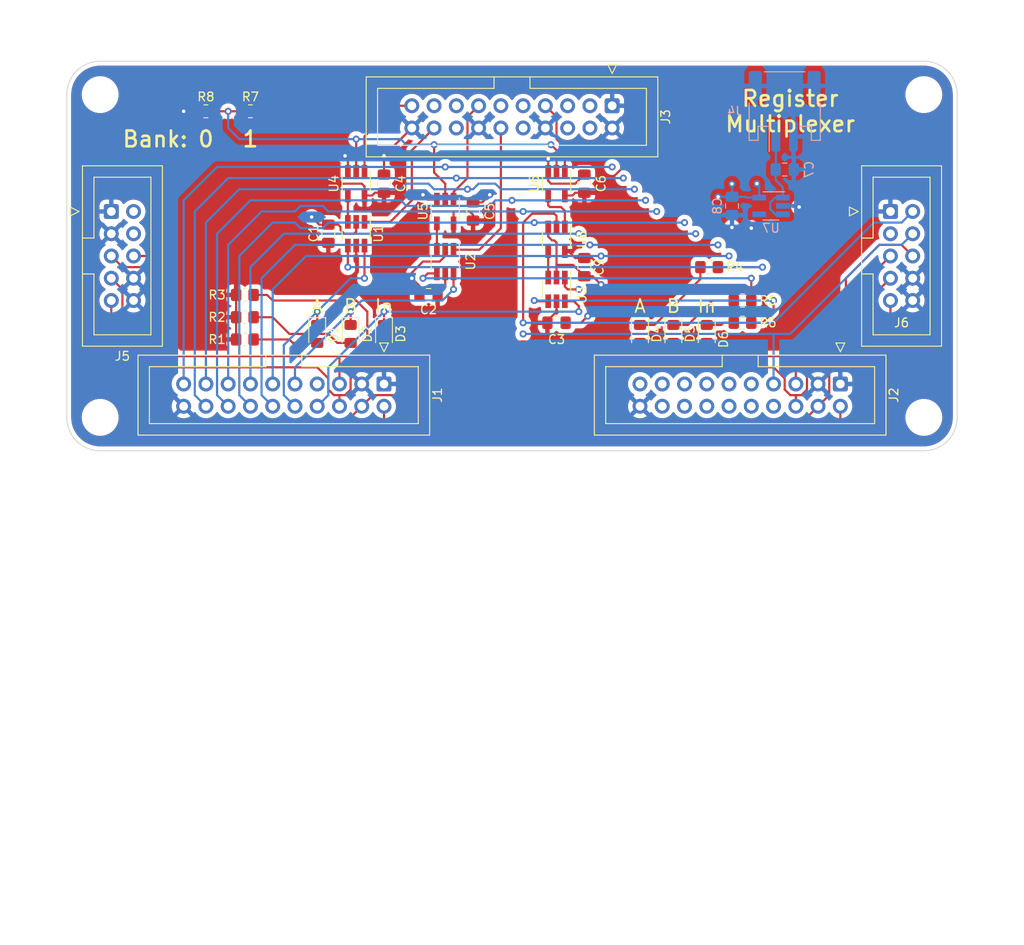
<source format=kicad_pcb>
(kicad_pcb (version 20211014) (generator pcbnew)
  (layers (0 "F.Cu" signal) (1 "In1.Cu" signal) (2 "In2.Cu" signal) (31 "B.Cu" signal) (34 "B.Paste" user) (35 "F.Paste" user) (36 "B.SilkS" user "B.Silkscreen") (37 "F.SilkS" user "F.Silkscreen") (38 "B.Mask" user) (39 "F.Mask" user) (44 "Edge.Cuts" user))
  (net 0 "")
  (net 1 "VCC")
  (net 2 "GND")
  (net 3 "/V_IN")
  (net 4 "/~{OUT_A_EN_0}")
  (net 5 "/~{OUT_B_EN_0}")
  (net 6 "/~{IN_EN_0}")
  (net 7 "/~{OUT_A_EN_1}")
  (net 8 "/~{OUT_B_EN_1}")
  (net 9 "/~{IN_EN_1}")
  (net 10 "/RAS3")
  (net 11 "/RAS1")
  (net 12 "/RBS4")
  (net 13 "/RBS2")
  (net 14 "/RBS0")
  (net 15 "/RINS3")
  (net 16 "/RINS1")
  (net 17 "/~{IN_EN}")
  (net 18 "/RBOUT")
  (net 19 "/RAOUT")
  (net 20 "/RIN")
  (net 21 "/BUS_CLK")
  (net 22 "/RAS4")
  (net 23 "/RAS2")
  (net 24 "/RAS0")
  (net 25 "/RBS3")
  (net 26 "/RBS1")
  (net 27 "/RINS4")
  (net 28 "/RINS2")
  (net 29 "/RINS0")
  (net 30 "/RESET")
  (net 32 "/~{OUT_A_EN}")
  (net 33 "/~{OUT_B_EN}")
  (net 34 "/~{IN_EN'}")
  (net 35 "Net-(U8-Pad1)")
  (net 36 "/BANK")
  (net 37 "Net-(D4-Pad1)")
  (net 38 "Net-(D5-Pad1)")
  (net 39 "Net-(D6-Pad1)")
  (net 40 "Net-(D1-Pad2)")
  (net 41 "Net-(R2-Pad1)")
  (net 42 "Net-(R3-Pad1)")
  (footprint "Resistor_SMD:R_0805_2012Metric_Pad1.20x1.40mm_HandSolder" (layer "F.Cu") (at 111.76 68.58)
    (fp_text reference "R8")
    (fp_text value "0")
  )
  (footprint "Resistor_SMD:R_0805_2012Metric_Pad1.20x1.40mm_HandSolder" (layer "F.Cu") (at 116.205 89.535 180)
    (fp_text reference "R3")
    (fp_text value "390")
  )
  (footprint "LED_SMD:LED_0805_2012Metric_Pad1.15x1.40mm_HandSolder" (layer "F.Cu") (at 168.91 93.98 -90)
    (fp_text reference "D6")
    (fp_text value "LED")
  )
  (footprint "Resistor_SMD:R_0805_2012Metric_Pad1.20x1.40mm_HandSolder" (layer "F.Cu") (at 172.99 92.71 180)
    (fp_text reference "R6")
    (fp_text value "390")
  )
  (footprint "Package_TO_SOT_SMD:SOT-23-6_Handsoldering" (layer "F.Cu") (at 151.765 88.9 -90)
    (fp_text reference "U3")
    (fp_text value "74LVC1G19")
  )
  (footprint "Connector_IDC:IDC-Header_2x10_P2.54mm_Vertical" (layer "F.Cu") (at 132.08 99.695 -90)
    (fp_text reference "J1")
    (fp_text value "Conn_Reg")
  )
  (footprint "Resistor_SMD:R_0805_2012Metric_Pad1.20x1.40mm_HandSolder" (layer "F.Cu") (at 169.18 86.36 180)
    (fp_text reference "R4")
    (fp_text value "390")
  )
  (footprint "Package_TO_SOT_SMD:SOT-23-5_HandSoldering" (layer "F.Cu") (at 151.765 76.835 -90)
    (fp_text reference "U6")
    (fp_text value "74LVC1G86")
  )
  (footprint "Resistor_SMD:R_0805_2012Metric_Pad1.20x1.40mm_HandSolder" (layer "F.Cu") (at 172.99 90.17 180)
    (fp_text reference "R5")
    (fp_text value "390")
  )
  (footprint "Capacitor_SMD:C_0805_2012Metric_Pad1.18x1.45mm_HandSolder" (layer "F.Cu") (at 137.16 89.535 180)
    (fp_text reference "C2")
    (fp_text value "100n")
  )
  (footprint "LED_SMD:LED_0805_2012Metric_Pad1.15x1.40mm_HandSolder" (layer "F.Cu") (at 124.46 93.98 -90)
    (fp_text reference "D1")
    (fp_text value "LED")
  )
  (footprint "Resistor_SMD:R_0805_2012Metric_Pad1.20x1.40mm_HandSolder" (layer "F.Cu") (at 116.84 68.58)
    (fp_text reference "R7")
    (fp_text value "0")
  )
  (footprint "Capacitor_SMD:C_0805_2012Metric_Pad1.18x1.45mm_HandSolder" (layer "F.Cu") (at 132.08 76.835 90)
    (fp_text reference "C4")
    (fp_text value "100n")
  )
  (footprint "MountingHole:MountingHole_3.2mm_M3" (layer "F.Cu") (at 99.695 66.675)
    (fp_text reference "REF**" hide)
    (fp_text value "MountingHole_3.2mm_M3")
  )
  (footprint "Capacitor_SMD:C_0805_2012Metric_Pad1.18x1.45mm_HandSolder" (layer "F.Cu") (at 125.73 82.55 90)
    (fp_text reference "C1")
    (fp_text value "100n")
  )
  (footprint "Resistor_SMD:R_0805_2012Metric_Pad1.20x1.40mm_HandSolder" (layer "F.Cu") (at 116.205 92.075 180)
    (fp_text reference "R2")
    (fp_text value "390")
  )
  (footprint "Capacitor_SMD:C_0805_2012Metric_Pad1.18x1.45mm_HandSolder" (layer "F.Cu") (at 151.765 92.71)
    (fp_text reference "C3")
    (fp_text value "100n")
  )
  (footprint "MountingHole:MountingHole_3.2mm_M3" (layer "F.Cu") (at 99.695 103.505)
    (fp_text reference "REF**" hide)
    (fp_text value "MountingHole_3.2mm_M3")
  )
  (footprint "Package_TO_SOT_SMD:SOT-23-6_Handsoldering" (layer "F.Cu") (at 128.905 82.55 -90)
    (fp_text reference "U1")
    (fp_text value "74LVC1G19")
  )
  (footprint "Connector_IDC:IDC-Header_2x10_P2.54mm_Vertical" (layer "F.Cu") (at 184.15 99.695 -90)
    (fp_text reference "J2")
    (fp_text value "Conn_Reg")
  )
  (footprint "Connector_IDC:IDC-Header_2x05_P2.54mm_Vertical" (layer "F.Cu") (at 100.965 80.01)
    (fp_text reference "J5")
    (fp_text value "Conn_01x10")
  )
  (footprint "Connector_IDC:IDC-Header_2x10_P2.54mm_Vertical" (layer "F.Cu") (at 158.115 67.945 -90)
    (fp_text reference "J3")
    (fp_text value "Conn_01x20")
  )
  (footprint "Resistor_SMD:R_0805_2012Metric_Pad1.20x1.40mm_HandSolder" (layer "F.Cu") (at 116.205 94.615 180)
    (fp_text reference "R1")
    (fp_text value "390")
  )
  (footprint "Connector_IDC:IDC-Header_2x05_P2.54mm_Vertical" (layer "F.Cu") (at 189.865 80.01)
    (fp_text reference "J6")
    (fp_text value "Conn_01x10")
  )
  (footprint "Capacitor_SMD:C_0805_2012Metric_Pad1.18x1.45mm_HandSolder" (layer "F.Cu") (at 154.94 76.835 90)
    (fp_text reference "C6")
    (fp_text value "100n")
  )
  (footprint "Package_TO_SOT_SMD:SOT-23-5_HandSoldering" (layer "F.Cu") (at 128.905 76.835 -90)
    (fp_text reference "U4")
    (fp_text value "74LVC1G86")
  )
  (footprint "LED_SMD:LED_0805_2012Metric_Pad1.15x1.40mm_HandSolder" (layer "F.Cu") (at 128.27 93.98 -90)
    (fp_text reference "D2")
    (fp_text value "LED")
  )
  (footprint "Capacitor_SMD:C_0805_2012Metric_Pad1.18x1.45mm_HandSolder" (layer "F.Cu") (at 142.24 80.01 90)
    (fp_text reference "C5")
    (fp_text value "100n")
  )
  (footprint "MountingHole:MountingHole_3.2mm_M3" (layer "F.Cu") (at 193.675 103.505)
    (fp_text reference "REF**" hide)
    (fp_text value "MountingHole_3.2mm_M3")
  )
  (footprint "MountingHole:MountingHole_3.2mm_M3" (layer "F.Cu") (at 193.675 66.675)
    (fp_text reference "REF**" hide)
    (fp_text value "MountingHole_3.2mm_M3")
  )
  (footprint "Package_TO_SOT_SMD:SOT-23-5_HandSoldering" (layer "F.Cu") (at 151.765 83.185 -90)
    (fp_text reference "U8")
    (fp_text value "74LVC1G32")
  )
  (footprint "Capacitor_SMD:C_0805_2012Metric_Pad1.18x1.45mm_HandSolder" (layer "F.Cu") (at 154.94 86.36 -90)
    (fp_text reference "C9")
    (fp_text value "100n")
  )
  (footprint "Package_TO_SOT_SMD:SOT-23-5_HandSoldering" (layer "F.Cu") (at 139.065 80.01 -90)
    (fp_text reference "U5")
    (fp_text value "74LVC1G86")
  )
  (footprint "LED_SMD:LED_0805_2012Metric_Pad1.15x1.40mm_HandSolder" (layer "F.Cu") (at 165.1 93.98 -90)
    (fp_text reference "D5")
    (fp_text value "LED")
  )
  (footprint "LED_SMD:LED_0805_2012Metric_Pad1.15x1.40mm_HandSolder" (layer "F.Cu") (at 161.29 93.98 -90)
    (fp_text reference "D4")
    (fp_text value "LED")
  )
  (footprint "Package_TO_SOT_SMD:SOT-23-6_Handsoldering" (layer "F.Cu") (at 139.065 85.725 -90)
    (fp_text reference "U2")
    (fp_text value "74LVC1G19")
  )
  (footprint "LED_SMD:LED_0805_2012Metric_Pad1.15x1.40mm_HandSolder" (layer "F.Cu") (at 132.08 93.98 -90)
    (fp_text reference "D3")
    (fp_text value "LED")
  )
  (footprint "Package_TO_SOT_SMD:SOT-23-5_HandSoldering" (layer "B.Cu") (at 176.235999 79.375 180)
    (fp_text reference "U7")
    (fp_text value "MIC5504-3.3YM5")
  )
  (footprint "Capacitor_SMD:C_0805_2012Metric_Pad1.18x1.45mm_HandSolder" (layer "B.Cu") (at 171.791 79.375 -90)
    (fp_text reference "C8")
    (fp_text value "1u")
  )
  (footprint "Capacitor_SMD:C_0805_2012Metric_Pad1.18x1.45mm_HandSolder" (layer "B.Cu") (at 177.8 75.224)
    (fp_text reference "C7")
    (fp_text value "1u")
  )
  (footprint "Connector_JST:JST_PH_S2B-PH-SM4-TB_1x02-1MP_P2.00mm_Horizontal" (layer "B.Cu") (at 177.8 68.58)
    (fp_text reference "J4")
    (fp_text value "Conn_Power")
  )
  (gr_arc (start 95.885 66.675) (mid 97.000923 63.980923) (end 99.695 62.865) (layer "Edge.Cuts") (width 0.1))
  (gr_arc (start 193.675 62.865) (mid 196.369077 63.980923) (end 197.485 66.675) (layer "Edge.Cuts") (width 0.1))
  (gr_line (start 197.485 103.505) (end 197.485 66.675) (layer "Edge.Cuts") (width 0.1))
  (gr_arc (start 99.695 107.315) (mid 97.000923 106.199077) (end 95.885 103.505) (layer "Edge.Cuts") (width 0.1))
  (gr_line (start 95.885 103.505) (end 95.885 66.675) (layer "Edge.Cuts") (width 0.1))
  (gr_line (start 99.695 107.315) (end 193.675 107.315) (layer "Edge.Cuts") (width 0.1))
  (gr_arc (start 197.485 103.505) (mid 196.369077 106.199077) (end 193.675 107.315) (layer "Edge.Cuts") (width 0.1))
  (gr_line (start 99.695 62.865) (end 193.675 62.865) (layer "Edge.Cuts") (width 0.1))
  (gr_text "Register\nMultiplexer" (at 178.435 68.58) (layer "F.SilkS") (effects (font (size 1.8 1.8) (thickness 0.3))))
  (gr_text "In" (at 168.91 90.805) (layer "F.SilkS") (effects (font (size 1.5 1.5) (thickness 0.2))))
  (gr_text "A" (at 124.46 90.805) (layer "F.SilkS") (effects (font (size 1.5 1.5) (thickness 0.2))))
  (gr_text "Bank:" (at 109.855 71.755) (layer "F.SilkS") (effects (font (size 1.8 1.8) (thickness 0.3)) (justify right)))
  (gr_text "B" (at 128.27 90.805) (layer "F.SilkS") (effects (font (size 1.5 1.5) (thickness 0.2))))
  (gr_text "In" (at 132.08 90.805) (layer "F.SilkS") (effects (font (size 1.5 1.5) (thickness 0.2))))
  (gr_text "1" (at 116.84 71.755) (layer "F.SilkS") (effects (font (size 1.8 1.8) (thickness 0.3))))
  (gr_text "B" (at 165.1 90.805) (layer "F.SilkS") (effects (font (size 1.5 1.5) (thickness 0.2))))
  (gr_text "A" (at 161.29 90.805) (layer "F.SilkS") (effects (font (size 1.5 1.5) (thickness 0.2))))
  (gr_text "0" (at 111.76 71.755) (layer "F.SilkS") (effects (font (size 1.8 1.8) (thickness 0.3))))
  (segment (start 154.94 85.3225) (end 155.8075 85.3225) (width 0.25) (layer "F.Cu") (net 1))
  (segment (start 155.8075 85.3225) (end 157.725 87.24) (width 0.25) (layer "F.Cu") (net 1))
  (segment (start 125.73 74.93) (end 125.73 76.835) (width 0.25) (layer "F.Cu") (net 1))
  (segment (start 128.905 88.265) (end 130.175 89.535) (width 0.25) (layer "F.Cu") (net 1))
  (segment (start 170.18 76.835) (end 167.005 73.66) (width 0.25) (layer "F.Cu") (net 1))
  (segment (start 139.065 88.6675) (end 138.1975 89.535) (width 0.25) (layer "F.Cu") (net 1))
  (segment (start 171.7548 76.835) (end 171.7802 76.8604) (width 0.25) (layer "F.Cu") (net 1))
  (segment (start 135.89 80.01) (end 133.35 82.55) (width 0.25) (layer "F.Cu") (net 1))
  (segment (start 157.725 92.955) (end 157.725 87.24) (width 0.25) (layer "F.Cu") (net 1))
  (segment (start 127.635 87.63) (end 128.905 87.63) (width 0.25) (layer "F.Cu") (net 1))
  (segment (start 145.0125 94.8475) (end 150.7275 94.8475) (width 0.25) (layer "F.Cu") (net 1))
  (segment (start 133.35 90.805) (end 135.2335 92.6885) (width 0.25) (layer "F.Cu") (net 1))
  (segment (start 121.92 81.915) (end 121.92 79.375) (width 0.25) (layer "F.Cu") (net 1))
  (segment (start 156.625 77.86) (end 157.725 77.86) (width 0.25) (layer "F.Cu") (net 1))
  (segment (start 128.905 83.9) (end 128.905 87.63) (width 0.25) (layer "F.Cu") (net 1))
  (segment (start 155.8325 94.8475) (end 157.725 92.955) (width 0.25) (layer "F.Cu") (net 1))
  (segment (start 132.08 89.535) (end 133.35 90.805) (width 0.25) (layer "F.Cu") (net 1))
  (segment (start 159.775 95.005) (end 157.725 92.955) (width 0.25) (layer "F.Cu") (net 1))
  (segment (start 128.905 87.63) (end 128.905 88.265) (width 0.25) (layer "F.Cu") (net 1))
  (segment (start 160.655 73.66) (end 157.725 76.59) (width 0.25) (layer "F.Cu") (net 1))
  (segment (start 139.065 87.075) (end 139.065 88.6675) (width 0.25) (layer "F.Cu") (net 1))
  (segment (start 129.855 77.15) (end 129.855 78.185) (width 0.25) (layer "F.Cu") (net 1))
  (segment (start 124.46 76.835) (end 125.73 76.835) (width 0.25) (layer "F.Cu") (net 1))
  (segment (start 125.73 83.5875) (end 123.5925 83.5875) (width 0.25) (layer "F.Cu") (net 1))
  (segment (start 142.875 92.71) (end 145.0125 94.8475) (width 0.25) (layer "F.Cu") (net 1))
  (segment (start 161.29 95.005) (end 165.1 95.005) (width 0.25) (layer "F.Cu") (net 1))
  (segment (start 150.7275 94.8475) (end 155.8325 94.8475) (width 0.25) (layer "F.Cu") (net 1))
  (segment (start 125.73 85.725) (end 127.635 87.63) (width 0.25) (layer "F.Cu") (net 1))
  (segment (start 165.1 95.005) (end 168.91 95.005) (width 0.25) (layer "F.Cu") (net 1))
  (segment (start 130.73 78.185) (end 129.855 78.185) (width 0.25) (layer "F.Cu") (net 1))
  (segment (start 153.9025 85.3225) (end 154.94 85.3225) (width 0.25) (layer "F.Cu") (net 1))
  (segment (start 115.205 94.615) (end 115.205 92.075) (width 0.25) (layer "F.Cu") (net 1))
  (segment (start 150.7275 92.4775) (end 151.765 91.44) (width 0.25) (layer "F.Cu") (net 1))
  (segment (start 125.095 86.36) (end 125.73 85.725) (width 0.25) (layer "F.Cu") (net 1))
  (segment (start 127 76.835) (end 129.54 76.835) (width 0.25) (layer "F.Cu") (net 1))
  (segment (start 125.73 83.5875) (end 125.73 85.725) (width 0.25) (layer "F.Cu") (net 1))
  (segment (start 142.24 81.0475) (end 142.24 80.391) (width 0.25) (layer "F.Cu") (net 1))
  (segment (start 121.92 79.375) (end 124.46 76.835) (width 0.25) (layer "F.Cu") (net 1))
  (segment (start 156.6125 77.8725) (end 154.94 77.8725) (width 0.25) (layer "F.Cu") (net 1))
  (segment (start 157.725 77.86) (end 157.725 79.13) (width 0.25) (layer "F.Cu") (net 1))
  (segment (start 142.24 80.391) (end 141.859 80.01) (width 0.25) (layer "F.Cu") (net 1))
  (segment (start 117.475 86.36) (end 125.095 86.36) (width 0.25) (layer "F.Cu") (net 1))
  (segment (start 174.625 76.835) (end 171.8056 76.835) (width 0.25) (layer "F.Cu") (net 1))
  (segment (start 167.005 73.66) (end 160.655 73.66) (width 0.25) (layer "F.Cu") (net 1))
  (segment (start 115.205 89.535) (end 115.205 88.63) (width 0.25) (layer "F.Cu") (net 1))
  (segment (start 141.859 80.01) (end 140.081 80.01) (width 0.25) (layer "F.Cu") (net 1))
  (segment (start 115.205 88.63) (end 117.475 86.36) (width 0.25) (layer "F.Cu") (net 1))
  (segment (start 130.175 89.535) (end 132.08 89.535) (width 0.25) (layer "F.Cu") (net 1))
  (segment (start 153.9025 77.8725) (end 154.94 77.8725) (width 0.25) (layer "F.Cu") (net 1))
  (segment (start 164.465 82.55) (end 164.465 80.645) (width 0.25) (layer "F.Cu") (net 1))
  (segment (start 151.765 91.44) (end 151.765 90.25) (width 0.25) (layer "F.Cu") (net 1))
  (segment (start 115.205 92.075) (end 115.205 89.535) (width 0.25) (layer "F.Cu") (net 1))
  (segment (start 157.725 87.24) (end 159.775 87.24) (width 0.25) (layer "F.Cu") (net 1))
  (segment (start 170.18 76.835) (end 171.7548 76.835) (width 0.25) (layer "F.Cu") (net 1))
  (segment (start 119.38 68.58) (end 125.73 74.93) (width 0.25) (layer "F.Cu") (net 1))
  (segment (start 152.715 84.535) (end 153.115 84.535) (width 0.25) (layer "F.Cu") (net 1))
  (segment (start 138.176 92.71) (end 142.875 92.71) (width 0.25) (layer "F.Cu") (net 1))
  (segment (start 138.1975 92.6885) (end 138.176 92.71) (width 0.25) (layer "F.Cu") (net 1))
  (segment (start 157.725 82.16) (end 157.725 79.13) (width 0.25) (layer "F.Cu") (net 1))
  (segment (start 125.73 76.835) (end 127 76.835) (width 0.25) (layer "F.Cu") (net 1))
  (segment (start 170.2054 78.3336) (end 170.2054 76.8604) (width 0.25) (layer "F.Cu") (net 1))
  (segment (start 168.275 76.835) (end 170.18 76.835) (width 0.25) (layer "F.Cu") (net 1))
  (segment (start 152.715 78.185) (end 153.59 78.185) (width 0.25) (layer "F.Cu") (net 1))
  (segment (start 140.015 81.36) (end 140.015 80.076) (width 0.25) (layer "F.Cu") (net 1))
  (segment (start 164.465 80.645) (end 168.275 76.835) (width 0.25) (layer "F.Cu") (net 1))
  (segment (start 135.2335 92.6885) (end 138.1975 92.6885) (width 0.25) (layer "F.Cu") (net 1))
  (segment (start 140.081 80.01) (end 135.89 80.01) (width 0.25) (layer "F.Cu") (net 1))
  (segment (start 150.7275 94.8475) (end 150.7275 92.71) (width 0.25) (layer "F.Cu") (net 1))
  (segment (start 170.2054 76.8604) (end 170.18 76.835) (width 0.25) (layer "F.Cu") (net 1))
  (segment (start 157.725 76.59) (end 157.725 77.86) (width 0.25) (layer "F.Cu") (net 1))
  (segment (start 133.35 82.55) (end 133.35 90.805) (width 0.25) (layer "F.Cu") (net 1))
  (segment (start 159.775 87.24) (end 164.465 82.55) (width 0.25) (layer "F.Cu") (net 1))
  (segment (start 132.08 77.8725) (end 131.0425 77.8725) (width 0.25) (layer "F.Cu") (net 1))
  (segment (start 153.115 84.535) (end 153.9025 85.3225) (width 0.25) (layer "F.Cu") (net 1))
  (segment (start 138.1975 89.535) (end 138.1975 92.6885) (width 0.25) (layer "F.Cu") (net 1))
  (segment (start 140.015 80.076) (end 140.081 80.01) (width 0.25) (layer "F.Cu") (net 1))
  (segment (start 153.59 78.185) (end 153.9025 77.8725) (width 0.25) (layer "F.Cu") (net 1))
  (segment (start 157.725 87.24) (end 157.725 82.16) (width 0.25) (layer "F.Cu") (net 1))
  (segment (start 171.8056 76.835) (end 171.7802 76.8604) (width 0.25) (layer "F.Cu") (net 1))
  (segment (start 156.6125 77.8725) (end 156.625 77.86) (width 0.25) (layer "F.Cu") (net 1))
  (segment (start 117.84 68.58) (end 119.38 68.58) (width 0.25) (layer "F.Cu") (net 1))
  (segment (start 161.29 95.005) (end 159.775 95.005) (width 0.25) (layer "F.Cu") (net 1))
  (segment (start 123.5925 83.5875) (end 121.92 81.915) (width 0.25) (layer "F.Cu") (net 1))
  (segment (start 129.54 76.835) (end 129.855 77.15) (width 0.25) (layer "F.Cu") (net 1))
  (segment (start 131.0425 77.8725) (end 130.73 78.185) (width 0.25) (layer "F.Cu") (net 1))
  (via (at 171.7802 76.8604) (size 0.8) (drill 0.4) (layers "F.Cu" "B.Cu") (net 1))
  (via (at 170.2054 78.3336) (size 0.8) (drill 0.4) (layers "F.Cu" "B.Cu") (net 1))
  (via (at 174.625 76.835) (size 0.8) (drill 0.4) (layers "F.Cu" "B.Cu") (net 1))
  (segment (start 174.885999 77.095999) (end 174.625 76.835) (width 0.25) (layer "B.Cu") (net 1))
  (segment (start 171.791 78.3375) (end 171.791 76.8712) (width 0.25) (layer "B.Cu") (net 1))
  (segment (start 171.791 76.8712) (end 171.7802 76.8604) (width 0.25) (layer "B.Cu") (net 1))
  (segment (start 171.791 78.3375) (end 170.2093 78.3375) (width 0.25) (layer "B.Cu") (net 1))
  (segment (start 170.2093 78.3375) (end 170.2054 78.3336) (width 0.25) (layer "B.Cu") (net 1))
  (segment (start 174.885999 78.425) (end 174.885999 77.095999) (width 0.25) (layer "B.Cu") (net 1))
  (segment (start 173.2935 78.3375) (end 173.381 78.425) (width 0.25) (layer "B.Cu") (net 1))
  (segment (start 174.886 78.425) (end 173.381 78.425) (width 0.25) (layer "B.Cu") (net 1))
  (segment (start 171.791 78.3375) (end 173.2935 78.3375) (width 0.25) (layer "B.Cu") (net 1))
  (segment (start 135.255 87.63) (end 136.1225 88.4975) (width 0.25) (layer "F.Cu") (net 2))
  (segment (start 150.815 75.485) (end 150.815 73.98) (width 0.25) (layer "F.Cu") (net 2))
  (segment (start 151.765 86.106) (end 153.6485 86.106) (width 0.25) (layer "F.Cu") (net 2))
  (segment (start 152.8025 92.71) (end 154.559 92.71) (width 0.25) (layer "F.Cu") (net 2))
  (segment (start 110.76 68.58) (end 109.22 68.58) (width 0.25) (layer "F.Cu") (net 2))
  (segment (start 150.815 76.52) (end 151.13 76.835) (width 0.25) (layer "F.Cu") (net 2))
  (segment (start 132.08 75.7975) (end 132.08 73.66) (width 0.25) (layer "F.Cu") (net 2))
  (segment (start 127.955 73.98) (end 127.635 73.66) (width 0.25) (layer "F.Cu") (net 2))
  (segment (start 127.550978 82.55) (end 127.127 82.126022) (width 0.25) (layer "F.Cu") (net 2))
  (segment (start 153.6485 86.106) (end 154.94 87.3975) (width 0.25) (layer "F.Cu") (net 2))
  (segment (start 138.115 78.66) (end 137.08 78.66) (width 0.25) (layer "F.Cu") (net 2))
  (segment (start 151.511 83.312) (end 151.765 83.566) (width 0.25) (layer "F.Cu") (net 2))
  (segment (start 150.815 75.485) (end 150.815 76.52) (width 0.25) (layer "F.Cu") (net 2))
  (segment (start 151.257 83.312) (end 151.511 83.312) (width 0.25) (layer "F.Cu") (net 2))
  (segment (start 127.127 82.126022) (end 127.127 81.788) (width 0.25) (layer "F.Cu") (net 2))
  (segment (start 151.13 76.835) (end 153.9025 76.835) (width 0.25) (layer "F.Cu") (net 2))
  (segment (start 143.2775 78.9725) (end 144.145 78.105) (width 0.25) (layer "F.Cu") (net 2))
  (segment (start 153.9025 76.835) (end 154.94 75.7975) (width 0.25) (layer "F.Cu") (net 2))
  (segment (start 154.94 87.3975) (end 155.888 87.3975) (width 0.25) (layer "F.Cu") (net 2))
  (segment (start 126.8515 81.5125) (end 125.73 81.5125) (width 0.25) (layer "F.Cu") (net 2))
  (segment (start 136.525 85.725) (end 135.255 86.995) (width 0.25) (layer "F.Cu") (net 2))
  (segment (start 137.08 78.66) (end 136.525 78.105) (width 0.25) (layer "F.Cu") (net 2))
  (segment (start 128.905 82.296) (end 128.651 82.55) (width 0.25) (layer "F.Cu") (net 2))
  (segment (start 151.765 86.106) (end 151.765 87.55) (width 0.25) (layer "F.Cu") (net 2))
  (segment (start 150.815 73.98) (end 150.8252 73.9902) (width 0.25) (layer "F.Cu") (net 2))
  (segment (start 135.255 86.995) (end 135.255 87.63) (width 0.25) (layer "F.Cu") (net 2))
  (segment (start 139.065 84.375) (end 139.065 85.09) (width 0.25) (layer "F.Cu") (net 2))
  (segment (start 135.255 70.485) (end 132.08 73.66) (width 0.25) (layer "F.Cu") (net 2))
  (segment (start 136.1225 88.4975) (end 136.1225 89.535) (width 0.25) (layer "F.Cu") (net 2))
  (segment (start 124.6925 81.5125) (end 123.825 80.645) (width 0.25) (layer "F.Cu") (net 2))
  (segment (start 139.065 85.09) (end 138.43 85.725) (width 0.25) (layer "F.Cu") (net 2))
  (segment (start 150.815 82.87) (end 151.257 83.312) (width 0.25) (layer "F.Cu") (net 2))
  (segment (start 128.905 81.2) (end 128.905 82.296) (width 0.25) (layer "F.Cu") (net 2))
  (segment (start 127.127 81.788) (end 126.8515 81.5125) (width 0.25) (layer "F.Cu") (net 2))
  (segment (start 151.765 83.566) (end 151.765 86.106) (width 0.25) (layer "F.Cu") (net 2))
  (segment (start 154.559 92.71) (end 155.321 91.948) (width 0.25) (layer "F.Cu") (net 2))
  (segment (start 155.888 87.3975) (end 156.845 88.3545) (width 0.25) (layer "F.Cu") (net 2))
  (segment (start 138.43 85.725) (end 136.525 85.725) (width 0.25) (layer "F.Cu") (net 2))
  (segment (start 150.815 81.835) (end 150.815 82.87) (width 0.25) (layer "F.Cu") (net 2))
  (segment (start 125.73 81.5125) (end 124.6925 81.5125) (width 0.25) (layer "F.Cu") (net 2))
  (segment (start 127.955 75.485) (end 127.955 73.98) (width 0.25) (layer "F.Cu") (net 2))
  (segment (start 128.651 82.55) (end 127.550978 82.55) (width 0.25) (layer "F.Cu") (net 2))
  (segment (start 142.24 78.9725) (end 143.2775 78.9725) (width 0.25) (layer "F.Cu") (net 2))
  (via (at 132.08 73.66) (size 0.8) (drill 0.4) (layers "F.Cu" "B.Cu") (net 2))
  (via (at 109.22 68.58) (size 0.8) (drill 0.4) (layers "F.Cu" "B.Cu") (net 2))
  (via (at 144.145 78.105) (size 0.8) (drill 0.4) (layers "F.Cu" "B.Cu") (net 2))
  (via (at 127.635 73.66) (size 0.8) (drill 0.4) (layers "F.Cu" "B.Cu") (net 2))
  (via (at 155.321 91.948) (size 0.8) (drill 0.4) (layers "F.Cu" "B.Cu") (net 2))
  (via (at 171.7802 81.8388) (size 0.8) (drill 0.4) (layers "F.Cu" "B.Cu") (net 2))
  (via (at 179.451 79.502) (size 0.8) (drill 0.4) (layers "F.Cu" "B.Cu") (net 2))
  (via (at 135.255 87.63) (size 0.8) (drill 0.4) (layers "F.Cu" "B.Cu") (net 2))
  (via (at 156.845 88.3545) (size 0.8) (drill 0.4) (layers "F.Cu" "B.Cu") (net 2))
  (via (at 123.825 80.645) (size 0.8) (drill 0.4) (layers "F.Cu" "B.Cu") (net 2))
  (via (at 173.99 81.915) (size 0.8) (drill 0.4) (layers "F.Cu" "B.Cu") (net 2))
  (via (at 136.525 78.105) (size 0.8) (drill 0.4) (layers "F.Cu" "B.Cu") (net 2))
  (via (at 150.8252 73.9902) (size 0.8) (drill 0.4) (layers "F.Cu" "B.Cu") (net 2))
  (segment (start 179.324 79.375) (end 177.585999 79.375) (width 0.25) (layer "B.Cu") (net 2))
  (segment (start 179.451 79.502) (end 179.324 79.375) (width 0.25) (layer "B.Cu") (net 2))
  (segment (start 174.117 81.534) (end 174.117 81.788) (width 0.25) (layer "B.Cu") (net 2))
  (segment (start 174.117 81.534) (end 172.9955 80.4125) (width 0.25) (layer "B.Cu") (net 2))
  (segment (start 178.8 71.43) (end 178.8 75.1865) (width 0.25) (layer "B.Cu") (net 2))
  (segment (start 178.8375 76.6025) (end 179.451 77.216) (width 0.25) (layer "B.Cu") (net 2))
  (segment (start 179.451 79.502) (end 179.451 80.772) (width 0.25) (layer "B.Cu") (net 2))
  (segment (start 179.451 77.216) (end 179.451 79.502) (width 0.25) (layer "B.Cu") (net 2))
  (segment (start 178.689 81.534) (end 174.117 81.534) (width 0.25) (layer "B.Cu") (net 2))
  (segment (start 174.117 81.788) (end 173.99 81.915) (width 0.25) (layer "B.Cu") (net 2))
  (segment (start 171.791 80.4125) (end 171.791 81.828) (width 0.25) (layer "B.Cu") (net 2))
  (segment (start 172.9525 80.4125) (end 171.791 80.4125) (width 0.25) (layer "B.Cu") (net 2))
  (segment (start 179.451 80.772) (end 178.689 81.534) (width 0.25) (layer "B.Cu") (net 2))
  (segment (start 171.791 81.828) (end 171.7802 81.8388) (width 0.25) (layer "B.Cu") (net 2))
  (segment (start 172.9955 80.4125) (end 172.9525 80.4125) (width 0.25) (layer "B.Cu") (net 2))
  (segment (start 178.8375 75.224) (end 178.8375 76.6025) (width 0.25) (layer "B.Cu") (net 2))
  (segment (start 176.149 79.756) (end 176.718 80.325) (width 0.25) (layer "B.Cu") (net 3))
  (segment (start 176.718 80.325) (end 177.585999 80.325) (width 0.25) (layer "B.Cu") (net 3))
  (segment (start 176.149 78.994) (end 176.149 79.756) (width 0.25) (layer "B.Cu") (net 3))
  (segment (start 176.7625 75.224) (end 176.7625 76.4325) (width 0.25) (layer "B.Cu") (net 3))
  (segment (start 176.8 71.43) (end 176.8 75.1865) (width 0.25) (layer "B.Cu") (net 3))
  (segment (start 177.585999 78.425) (end 176.718 78.425) (width 0.25) (layer "B.Cu") (net 3))
  (segment (start 176.718 78.425) (end 176.149 78.994) (width 0.25) (layer "B.Cu") (net 3))
  (segment (start 176.7625 76.4325) (end 177.585999 77.255999) (width 0.25) (layer "B.Cu") (net 3))
  (segment (start 177.585999 77.255999) (end 177.585999 78.425) (width 0.25) (layer "B.Cu") (net 3))
  (segment (start 129.855 83.9) (end 129.855 87.63) (width 0.25) (layer "F.Cu") (net 4))
  (segment (start 124.46 92.955) (end 124.46 91.44) (width 0.25) (layer "F.Cu") (net 4))
  (via (at 124.46 91.44) (size 0.8) (drill 0.4) (layers "F.Cu" "B.Cu") (net 4))
  (via (at 129.855 87.63) (size 0.8) (drill 0.4) (layers "F.Cu" "B.Cu") (net 4))
  (segment (start 121.92 102.235) (end 120.65 100.965) (width 0.25) (layer "B.Cu") (net 4))
  (segment (start 128.27 87.63) (end 129.855 87.63) (width 0.25) (layer "B.Cu") (net 4))
  (segment (start 120.65 95.25) (end 128.27 87.63) (width 0.25) (layer "B.Cu") (net 4))
  (segment (start 120.65 100.965) (end 120.65 95.25) (width 0.25) (layer "B.Cu") (net 4))
  (segment (start 128.27 92.955) (end 128.27 91.44) (width 0.25) (layer "F.Cu") (net 5))
  (segment (start 140.015 87.075) (end 140.015 88.9) (width 0.25) (layer "F.Cu") (net 5))
  (via (at 128.27 91.44) (size 0.8) (drill 0.4) (layers "F.Cu" "B.Cu") (net 5))
  (via (at 140.015 88.9) (size 0.8) (drill 0.4) (layers "F.Cu" "B.Cu") (net 5))
  (segment (start 121.92 99.695) (end 121.92 97.79) (width 0.25) (layer "B.Cu") (net 5))
  (segment (start 121.92 97.79) (end 128.27 91.44) (width 0.25) (layer "B.Cu") (net 5))
  (segment (start 138.745 90.17) (end 140.015 88.9) (width 0.25) (layer "B.Cu") (net 5))
  (segment (start 129.54 90.17) (end 138.745 90.17) (width 0.25) (layer "B.Cu") (net 5))
  (segment (start 128.27 91.44) (end 129.54 90.17) (width 0.25) (layer "B.Cu") (net 5))
  (segment (start 132.08 92.955) (end 132.08 91.44) (width 0.25) (layer "F.Cu") (net 6))
  (segment (start 154.305 91.44) (end 154.305 90.805) (width 0.25) (layer "F.Cu") (net 6))
  (segment (start 153.75 90.25) (end 154.305 90.805) (width 0.25) (layer "F.Cu") (net 6))
  (segment (start 152.715 90.25) (end 153.75 90.25) (width 0.25) (layer "F.Cu") (net 6))
  (via (at 132.08 91.44) (size 0.8) (drill 0.4) (layers "F.Cu" "B.Cu") (net 6))
  (via (at 154.305 91.44) (size 0.8) (drill 0.4) (layers "F.Cu" "B.Cu") (net 6))
  (segment (start 125.73 100.965) (end 124.46 102.235) (width 0.25) (layer "B.Cu") (net 6))
  (segment (start 125.73 97.79) (end 125.73 100.965) (width 0.25) (layer "B.Cu") (net 6))
  (segment (start 132.08 91.44) (end 125.73 97.79) (width 0.25) (layer "B.Cu") (net 6))
  (segment (start 132.08 91.44) (end 154.305 91.44) (width 0.25) (layer "B.Cu") (net 6))
  (segment (start 170.18 86.36) (end 175.26 86.36) (width 0.25) (layer "F.Cu") (net 7))
  (segment (start 127.955 83.9) (end 127.955 86.36) (width 0.25) (layer "F.Cu") (net 7))
  (via (at 127.955 86.36) (size 0.8) (drill 0.4) (layers "F.Cu" "B.Cu") (net 7))
  (via (at 175.26 86.36) (size 0.8) (drill 0.4) (layers "F.Cu" "B.Cu") (net 7))
  (segment (start 175.26 86.36) (end 127.955 86.36) (width 0.25) (layer "B.Cu") (net 7))
  (segment (start 173.99 90.17) (end 173.99 87.63) (width 0.25) (layer "F.Cu") (net 8))
  (segment (start 137.08 87.075) (end 136.525 87.63) (width 0.25) (layer "F.Cu") (net 8))
  (segment (start 138.115 87.075) (end 137.08 87.075) (width 0.25) (layer "F.Cu") (net 8))
  (via (at 173.99 87.63) (size 0.8) (drill 0.4) (layers "F.Cu" "B.Cu") (net 8))
  (via (at 136.525 87.63) (size 0.8) (drill 0.4) (layers "F.Cu" "B.Cu") (net 8))
  (segment (start 136.525 87.63) (end 173.99 87.63) (width 0.25) (layer "B.Cu") (net 8))
  (segment (start 150.815 90.25) (end 149.305 90.25) (width 0.25) (layer "F.Cu") (net 9))
  (segment (start 173.99 92.71) (end 175.26 92.71) (width 0.25) (layer "F.Cu") (net 9))
  (segment (start 176.53 91.44) (end 176.53 90.17) (width 0.25) (layer "F.Cu") (net 9))
  (segment (start 149.305 90.25) (end 149.225 90.17) (width 0.25) (layer "F.Cu") (net 9))
  (segment (start 175.26 92.71) (end 176.53 91.44) (width 0.25) (layer "F.Cu") (net 9))
  (via (at 149.225 90.17) (size 0.8) (drill 0.4) (layers "F.Cu" "B.Cu") (net 9))
  (via (at 176.53 90.17) (size 0.8) (drill 0.4) (layers "F.Cu" "B.Cu") (net 9))
  (segment (start 176.53 90.17) (end 149.225 90.17) (width 0.25) (layer "B.Cu") (net 9))
  (segment (start 137.795 70.485) (end 135.255 73.025) (width 0.25) (layer "F.Cu") (net 10))
  (segment (start 132.795 81.2) (end 129.855 81.2) (width 0.25) (layer "F.Cu") (net 10))
  (segment (start 135.255 78.74) (end 132.795 81.2) (width 0.25) (layer "F.Cu") (net 10))
  (segment (start 135.255 73.025) (end 135.255 78.74) (width 0.25) (layer "F.Cu") (net 10))
  (via (at 140.335 76.2) (size 0.8) (drill 0.4) (layers "F.Cu" "B.Cu") (net 11))
  (via (at 159.385 76.2) (size 0.8) (drill 0.4) (layers "F.Cu" "B.Cu") (net 11))
  (segment (start 110.49 100.965) (end 111.76 102.235) (width 0.25) (layer "B.Cu") (net 11))
  (segment (start 114.3 76.2) (end 140.335 76.2) (width 0.25) (layer "B.Cu") (net 11))
  (segment (start 110.49 80.01) (end 114.3 76.2) (width 0.25) (layer "B.Cu") (net 11))
  (segment (start 140.335 76.2) (end 159.385 76.2) (width 0.25) (layer "B.Cu") (net 11))
  (segment (start 110.49 80.01) (end 110.49 100.965) (width 0.25) (layer "B.Cu") (net 11))
  (segment (start 141.605 69.215) (end 142.875 67.945) (width 0.25) (layer "F.Cu") (net 12))
  (segment (start 141.605 76.2) (end 141.605 69.215) (width 0.25) (layer "F.Cu") (net 12))
  (segment (start 140.015 78.66) (end 140.015 77.79) (width 0.25) (layer "F.Cu") (net 12))
  (segment (start 140.015 77.79) (end 141.605 76.2) (width 0.25) (layer "F.Cu") (net 12))
  (via (at 161.925 78.74) (size 0.8) (drill 0.4) (layers "F.Cu" "B.Cu") (net 13))
  (via (at 146.685 78.74) (size 0.8) (drill 0.4) (layers "F.Cu" "B.Cu") (net 13))
  (segment (start 113.03 82.55) (end 116.84 78.74) (width 0.25) (layer "B.Cu") (net 13))
  (segment (start 146.685 78.74) (end 161.925 78.74) (width 0.25) (layer "B.Cu") (net 13))
  (segment (start 113.03 100.965) (end 114.3 102.235) (width 0.25) (layer "B.Cu") (net 13))
  (segment (start 116.84 78.74) (end 133.985 78.74) (width 0.25) (layer "B.Cu") (net 13))
  (segment (start 144.78 78.74) (end 146.685 78.74) (width 0.25) (layer "B.Cu") (net 13))
  (segment (start 113.03 100.965) (end 113.03 82.55) (width 0.25) (layer "B.Cu") (net 13))
  (segment (start 144.145 79.375) (end 144.78 78.74) (width 0.25) (layer "B.Cu") (net 13))
  (segment (start 134.62 79.375) (end 144.145 79.375) (width 0.25) (layer "B.Cu") (net 13))
  (segment (start 133.985 78.74) (end 134.62 79.375) (width 0.25) (layer "B.Cu") (net 13))
  (via (at 149.225 81.28) (size 0.8) (drill 0.4) (layers "F.Cu" "B.Cu") (net 14))
  (via (at 166.37 81.28) (size 0.8) (drill 0.4) (layers "F.Cu" "B.Cu") (net 14))
  (segment (start 115.57 85.09) (end 115.57 100.965) (width 0.25) (layer "B.Cu") (net 14))
  (segment (start 119.38 81.28) (end 121.92 81.28) (width 0.25) (layer "B.Cu") (net 14))
  (segment (start 125.73 81.28) (end 149.225 81.28) (width 0.25) (layer "B.Cu") (net 14))
  (segment (start 122.555 81.915) (end 125.095 81.915) (width 0.25) (layer "B.Cu") (net 14))
  (segment (start 149.225 81.28) (end 166.37 81.28) (width 0.25) (layer "B.Cu") (net 14))
  (segment (start 115.57 85.09) (end 119.38 81.28) (width 0.25) (layer "B.Cu") (net 14))
  (segment (start 125.095 81.915) (end 125.73 81.28) (width 0.25) (layer "B.Cu") (net 14))
  (segment (start 121.92 81.28) (end 122.555 81.915) (width 0.25) (layer "B.Cu") (net 14))
  (segment (start 115.57 100.965) (end 116.84 102.235) (width 0.25) (layer "B.Cu") (net 14))
  (segment (start 152.715 88.58) (end 153.035 88.9) (width 0.25) (layer "F.Cu") (net 15))
  (segment (start 152.715 87.55) (end 152.715 88.58) (width 0.25) (layer "F.Cu") (net 15))
  (segment (start 153.035 88.9) (end 154.305 88.9) (width 0.25) (layer "F.Cu") (net 15))
  (via (at 154.305 88.9) (size 0.8) (drill 0.4) (layers "F.Cu" "B.Cu") (net 15))
  (via (at 155.575 83.82) (size 0.8) (drill 0.4) (layers "F.Cu" "B.Cu") (net 16))
  (via (at 170.18 83.82) (size 0.8) (drill 0.4) (layers "F.Cu" "B.Cu") (net 16))
  (segment (start 155.575 83.82) (end 170.18 83.82) (width 0.25) (layer "B.Cu") (net 16))
  (segment (start 118.11 87.63) (end 121.92 83.82) (width 0.25) (layer "B.Cu") (net 16))
  (segment (start 121.92 83.82) (end 155.575 83.82) (width 0.25) (layer "B.Cu") (net 16))
  (segment (start 118.11 100.965) (end 118.11 87.63) (width 0.25) (layer "B.Cu") (net 16))
  (segment (start 118.11 100.965) (end 119.38 102.235) (width 0.25) (layer "B.Cu") (net 16))
  (segment (start 147.955 92.71) (end 147.955 81.28) (width 0.25) (layer "F.Cu") (net 17))
  (segment (start 151.765 80.518) (end 151.511 80.264) (width 0.25) (layer "F.Cu") (net 17))
  (segment (start 147.955 81.28) (end 148.971 80.264) (width 0.25) (layer "F.Cu") (net 17))
  (segment (start 151.765 81.835) (end 151.765 80.518) (width 0.25) (layer "F.Cu") (net 17))
  (segment (start 151.511 80.264) (end 148.971 80.264) (width 0.25) (layer "F.Cu") (net 17))
  (via (at 147.955 92.71) (size 0.8) (drill 0.4) (layers "F.Cu" "B.Cu") (net 17))
  (segment (start 191.135 81.28) (end 187.96 81.28) (width 0.25) (layer "B.Cu") (net 17))
  (segment (start 187.96 81.28) (end 176.53 92.71) (width 0.25) (layer "B.Cu") (net 17))
  (segment (start 192.405 80.01) (end 191.135 81.28) (width 0.25) (layer "B.Cu") (net 17))
  (segment (start 176.53 92.71) (end 147.955 92.71) (width 0.25) (layer "B.Cu") (net 17))
  (segment (start 105.41 95.25) (end 107.95 97.79) (width 0.25) (layer "F.Cu") (net 18))
  (segment (start 180.34 98.425) (end 186.69 92.075) (width 0.25) (layer "F.Cu") (net 18))
  (segment (start 127 102.235) (end 127 100.965) (width 0.25) (layer "F.Cu") (net 18))
  (segment (start 128.27 100.33) (end 128.27 99.06) (width 0.25) (layer "F.Cu") (net 18))
  (segment (start 126.365 100.965) (end 127 100.965) (width 0.25) (layer "F.Cu") (net 18))
  (segment (start 125.73 99.06) (end 125.73 100.33) (width 0.25) (layer "F.Cu") (net 18))
  (segment (start 179.705 100.965) (end 180.34 100.33) (width 0.25) (layer "F.Cu") (net 18))
  (segment (start 178.435 100.965) (end 179.07 100.965) (width 0.25) (layer "F.Cu") (net 18))
  (segment (start 179.07 102.235) (end 179.07 100.965) (width 0.25) (layer "F.Cu") (net 18))
  (segment (start 127.635 100.965) (end 128.27 100.33) (width 0.25) (layer "F.Cu") (net 18))
  (segment (start 176.53 97.79) (end 177.8 99.06) (width 0.25) (layer "F.Cu") (net 18))
  (segment (start 177.8 100.33) (end 178.435 100.965) (width 0.25) (layer "F.Cu") (net 18))
  (segment (start 125.73 100.33) (end 126.365 100.965) (width 0.25) (layer "F.Cu") (net 18))
  (segment (start 186.69 88.265) (end 189.865 85.09) (width 0.25) (layer "F.Cu") (net 18))
  (segment (start 128.27 99.06) (end 129.54 97.79) (width 0.25) (layer "F.Cu") (net 18))
  (segment (start 180.34 100.33) (end 180.34 98.425) (width 0.25) (layer "F.Cu") (net 18))
  (segment (start 186.69 88.265) (end 186.69 92.075) (width 0.25) (layer "F.Cu") (net 18))
  (segment (start 179.07 100.965) (end 179.705 100.965) (width 0.25) (layer "F.Cu") (net 18))
  (segment (start 100.965 85.09) (end 102.235 86.36) (width 0.25) (layer "F.Cu") (net 18))
  (segment (start 105.41 86.995) (end 105.41 95.25) (width 0.25) (layer "F.Cu") (net 18))
  (segment (start 127 100.965) (end 127.635 100.965) (width 0.25) (layer "F.Cu") (net 18))
  (segment (start 107.95 97.79) (end 124.46 97.79) (width 0.25) (layer "F.Cu") (net 18))
  (segment (start 124.46 97.79) (end 125.73 99.06) (width 0.25) (layer "F.Cu") (net 18))
  (segment (start 177.8 99.06) (end 177.8 100.33) (width 0.25) (layer "F.Cu") (net 18))
  (segment (start 102.235 86.36) (end 104.775 86.36) (width 0.25) (layer "F.Cu") (net 18))
  (segment (start 129.54 97.79) (end 176.53 97.79) (width 0.25) (layer "F.Cu") (net 18))
  (segment (start 104.775 86.36) (end 105.41 86.995) (width 0.25) (layer "F.Cu") (net 18))
  (segment (start 184.785 87.63) (end 188.595 83.82) (width 0.25) (layer "F.Cu") (net 19))
  (segment (start 108.585 96.52) (end 127 96.52) (width 0.25) (layer "F.Cu") (net 19))
  (segment (start 127 96.52) (end 179.07 96.52) (width 0.25) (layer "F.Cu") (net 19))
  (segment (start 191.135 83.82) (end 192.405 85.09) (width 0.25) (layer "F.Cu") (net 19))
  (segment (start 179.07 96.52) (end 184.785 90.805) (width 0.25) (layer "F.Cu") (net 19))
  (segment (start 179.07 99.695) (end 179.07 96.52) (width 0.25) (layer "F.Cu") (net 19))
  (segment (start 106.68 94.615) (end 106.68 86.36) (width 0.25) (layer "F.Cu") (net 19))
  (segment (start 184.785 90.805) (end 184.785 87.63) (width 0.25) (layer "F.Cu") (net 19))
  (segment (start 103.505 85.09) (end 105.41 85.09) (width 0.25) (layer "F.Cu") (net 19))
  (segment (start 105.41 85.09) (end 106.68 86.36) (width 0.25) (layer "F.Cu") (net 19))
  (segment (start 127 99.695) (end 127 96.52) (width 0.25) (layer "F.Cu") (net 19))
  (segment (start 188.595 83.82) (end 191.135 83.82) (width 0.25) (layer "F.Cu") (net 19))
  (segment (start 106.68 94.615) (end 108.585 96.52) (width 0.25) (layer "F.Cu") (net 19))
  (segment (start 129.54 102.235) (end 130.81 100.965) (width 0.25) (layer "F.Cu") (net 20))
  (segment (start 179.705 104.14) (end 181.61 102.235) (width 0.25) (layer "F.Cu") (net 20))
  (segment (start 107.315 104.14) (end 127.635 104.14) (width 0.25) (layer "F.Cu") (net 20))
  (segment (start 102.235 99.06) (end 107.315 104.14) (width 0.25) (layer "F.Cu") (net 20))
  (segment (start 136.525 104.14) (end 179.705 104.14) (width 0.25) (layer "F.Cu") (net 20))
  (segment (start 130.81 100.965) (end 133.35 100.965) (width 0.25) (layer "F.Cu") (net 20))
  (segment (start 133.35 100.965) (end 136.525 104.14) (width 0.25) (layer "F.Cu") (net 20))
  (segment (start 102.235 88.9) (end 102.235 99.06) (width 0.25) (layer "F.Cu") (net 20))
  (segment (start 187.96 93.345) (end 182.88 98.425) (width 0.25) (layer "F.Cu") (net 20))
  (segment (start 127.635 104.14) (end 129.54 102.235) (width 0.25) (layer "F.Cu") (net 20))
  (segment (start 100.965 87.63) (end 102.235 88.9) (width 0.25) (layer "F.Cu") (net 20))
  (segment (start 187.96 89.535) (end 187.96 93.345) (width 0.25) (layer "F.Cu") (net 20))
  (segment (start 182.88 98.425) (end 182.88 100.965) (width 0.25) (layer "F.Cu") (net 20))
  (segment (start 189.865 87.63) (end 187.96 89.535) (width 0.25) (layer "F.Cu") (net 20))
  (segment (start 182.88 100.965) (end 181.61 102.235) (width 0.25) (layer "F.Cu") (net 20))
  (segment (start 100.965 99.06) (end 106.68 104.775) (width 0.25) (layer "F.Cu") (net 21))
  (segment (start 100.965 90.17) (end 100.965 99.06) (width 0.25) (layer "F.Cu") (net 21))
  (segment (start 180.975 104.14) (end 184.15 104.14) (width 0.25) (layer "F.Cu") (net 21))
  (segment (start 180.34 104.775) (end 180.975 104.14) (width 0.25) (layer "F.Cu") (net 21))
  (segment (start 189.865 90.17) (end 189.865 99.06) (width 0.25) (layer "F.Cu") (net 21))
  (segment (start 132.08 102.235) (end 132.08 104.775) (width 0.25) (layer "F.Cu") (net 21))
  (segment (start 184.785 104.14) (end 189.865 99.06) (width 0.25) (layer "F.Cu") (net 21))
  (segment (start 184.15 104.14) (end 184.785 104.14) (width 0.25) (layer "F.Cu") (net 21))
  (segment (start 106.68 104.775) (end 180.34 104.775) (width 0.25) (layer "F.Cu") (net 21))
  (segment (start 184.15 102.235) (end 184.15 104.14) (width 0.25) (layer "F.Cu") (net 21))
  (segment (start 133.35 67.945) (end 135.255 67.945) (width 0.25) (layer "F.Cu") (net 22))
  (segment (start 129.855 75.485) (end 129.855 71.44) (width 0.25) (layer "F.Cu") (net 22))
  (segment (start 129.855 71.44) (end 133.35 67.945) (width 0.25) (layer "F.Cu") (net 22))
  (via (at 139.065 74.93) (size 0.8) (drill 0.4) (layers "F.Cu" "B.Cu") (net 23))
  (via (at 158.115 74.93) (size 0.8) (drill 0.4) (layers "F.Cu" "B.Cu") (net 23))
  (segment (start 113.03 74.93) (end 139.065 74.93) (width 0.25) (layer "B.Cu") (net 23))
  (segment (start 109.22 78.74) (end 109.22 99.695) (width 0.25) (layer "B.Cu") (net 23))
  (segment (start 109.22 78.74) (end 113.03 74.93) (width 0.25) (layer "B.Cu") (net 23))
  (segment (start 139.065 74.93) (end 158.115 74.93) (width 0.25) (layer "B.Cu") (net 23))
  (via (at 141.605 77.47) (size 0.8) (drill 0.4) (layers "F.Cu" "B.Cu") (net 24))
  (via (at 160.655 77.47) (size 0.8) (drill 0.4) (layers "F.Cu" "B.Cu") (net 24))
  (segment (start 144.78 76.835) (end 142.875 76.835) (width 0.25) (layer "B.Cu") (net 24))
  (segment (start 115.57 77.47) (end 133.985 77.47) (width 0.25) (layer "B.Cu") (net 24))
  (segment (start 137.16 76.835) (end 137.795 77.47) (width 0.25) (layer "B.Cu") (net 24))
  (segment (start 134.62 76.835) (end 137.16 76.835) (width 0.25) (layer "B.Cu") (net 24))
  (segment (start 142.875 76.835) (end 142.24 77.47) (width 0.25) (layer "B.Cu") (net 24))
  (segment (start 145.415 77.47) (end 144.78 76.835) (width 0.25) (layer "B.Cu") (net 24))
  (segment (start 111.76 81.28) (end 115.57 77.47) (width 0.25) (layer "B.Cu") (net 24))
  (segment (start 142.24 77.47) (end 141.605 77.47) (width 0.25) (layer "B.Cu") (net 24))
  (segment (start 133.985 77.47) (end 134.62 76.835) (width 0.25) (layer "B.Cu") (net 24))
  (segment (start 160.655 77.47) (end 145.415 77.47) (width 0.25) (layer "B.Cu") (net 24))
  (segment (start 137.795 77.47) (end 141.605 77.47) (width 0.25) (layer "B.Cu") (net 24))
  (segment (start 111.76 81.28) (end 111.76 99.695) (width 0.25) (layer "B.Cu") (net 24))
  (segment (start 140.015 84.375) (end 142.955 84.375) (width 0.25) (layer "F.Cu") (net 25))
  (segment (start 145.415 81.915) (end 145.415 70.485) (width 0.25) (layer "F.Cu") (net 25))
  (segment (start 142.955 84.375) (end 145.415 81.915) (width 0.25) (layer "F.Cu") (net 25))
  (via (at 147.955 80.01) (size 0.8) (drill 0.4) (layers "F.Cu" "B.Cu") (net 26))
  (via (at 163.195 80.01) (size 0.8) (drill 0.4) (layers "F.Cu" "B.Cu") (net 26))
  (segment (start 114.3 83.82) (end 118.11 80.01) (width 0.25) (layer "B.Cu") (net 26))
  (segment (start 122.555 79.375) (end 125.095 79.375) (width 0.25) (layer "B.Cu") (net 26))
  (segment (start 118.11 80.01) (end 121.92 80.01) (width 0.25) (layer "B.Cu") (net 26))
  (segment (start 147.955 80.01) (end 163.195 80.01) (width 0.25) (layer "B.Cu") (net 26))
  (segment (start 114.3 83.82) (end 114.3 99.695) (width 0.25) (layer "B.Cu") (net 26))
  (segment (start 125.73 80.01) (end 147.955 80.01) (width 0.25) (layer "B.Cu") (net 26))
  (segment (start 125.095 79.375) (end 125.73 80.01) (width 0.25) (layer "B.Cu") (net 26))
  (segment (start 121.92 80.01) (end 122.555 79.375) (width 0.25) (layer "B.Cu") (net 26))
  (segment (start 151.765 71.755) (end 151.765 69.215) (width 0.25) (layer "F.Cu") (net 27))
  (segment (start 152.715 72.705) (end 151.765 71.755) (width 0.25) (layer "F.Cu") (net 27))
  (segment (start 151.765 69.215) (end 150.495 67.945) (width 0.25) (layer "F.Cu") (net 27))
  (segment (start 152.715 75.485) (end 152.715 72.705) (width 0.25) (layer "F.Cu") (net 27))
  (via (at 167.64 82.55) (size 0.8) (drill 0.4) (layers "F.Cu" "B.Cu") (net 28))
  (via (at 154.305 82.55) (size 0.8) (drill 0.4) (layers "F.Cu" "B.Cu") (net 28))
  (segment (start 116.84 99.695) (end 116.84 86.36) (width 0.25) (layer "B.Cu") (net 28))
  (segment (start 154.305 82.55) (end 167.64 82.55) (width 0.25) (layer "B.Cu") (net 28))
  (segment (start 116.84 86.36) (end 120.65 82.55) (width 0.25) (layer "B.Cu") (net 28))
  (segment (start 120.65 82.55) (end 154.305 82.55) (width 0.25) (layer "B.Cu") (net 28))
  (via (at 156.845 85.09) (size 0.8) (drill 0.4) (layers "F.Cu" "B.Cu") (net 29))
  (via (at 171.45 85.09) (size 0.8) (drill 0.4) (layers "F.Cu" "B.Cu") (net 29))
  (segment (start 119.38 88.9) (end 123.19 85.09) (width 0.25) (layer "B.Cu") (net 29))
  (segment (start 123.19 85.09) (end 156.845 85.09) (width 0.25) (layer "B.Cu") (net 29))
  (segment (start 119.38 88.9) (end 119.38 99.695) (width 0.25) (layer "B.Cu") (net 29))
  (segment (start 156.845 85.09) (end 171.45 85.09) (width 0.25) (layer "B.Cu") (net 29))
  (via (at 147.955 93.98) (size 0.8) (drill 0.4) (layers "F.Cu" "B.Cu") (net 30))
  (segment (start 176.53 93.98) (end 147.955 93.98) (width 0.25) (layer "B.Cu") (net 30))
  (segment (start 176.53 93.98) (end 178.435 93.98) (width 0.25) (layer "B.Cu") (net 30))
  (segment (start 188.595 83.82) (end 191.135 83.82) (width 0.25) (layer "B.Cu") (net 30))
  (segment (start 178.435 93.98) (end 188.595 83.82) (width 0.25) (layer "B.Cu") (net 30))
  (segment (start 176.53 93.98) (end 176.53 99.695) (width 0.25) (layer "B.Cu") (net 30))
  (segment (start 191.135 83.82) (end 192.405 82.55) (width 0.25) (layer "B.Cu") (net 30))
  (segment (start 127.955 78.185) (end 127.955 81.2) (width 0.25) (layer "F.Cu") (net 32))
  (segment (start 138.115 81.36) (end 138.115 84.375) (width 0.25) (layer "F.Cu") (net 33))
  (segment (start 150.815 84.535) (end 150.815 87.55) (width 0.25) (layer "F.Cu") (net 34))
  (segment (start 152.715 79.944) (end 152.715 81.835) (width 0.25) (layer "F.Cu") (net 35))
  (segment (start 151.003 79.502) (end 152.273 79.502) (width 0.25) (layer "F.Cu") (net 35))
  (segment (start 150.815 78.185) (end 150.815 79.314) (width 0.25) (layer "F.Cu") (net 35))
  (segment (start 152.273 79.502) (end 152.715 79.944) (width 0.25) (layer "F.Cu") (net 35))
  (segment (start 150.815 79.314) (end 151.003 79.502) (width 0.25) (layer "F.Cu") (net 35))
  (segment (start 137.795 75.565) (end 139.065 76.835) (width 0.25) (layer "F.Cu") (net 36))
  (segment (start 112.76 68.58) (end 114.3 68.58) (width 0.25) (layer "F.Cu") (net 36))
  (segment (start 137.795 72.39) (end 137.795 75.565) (width 0.25) (layer "F.Cu") (net 36))
  (segment (start 128.905 75.485) (end 128.905 71.755) (width 0.25) (layer "F.Cu") (net 36))
  (segment (start 151.765 75.485) (end 151.765 73.025) (width 0.25) (layer "F.Cu") (net 36))
  (segment (start 151.765 73.025) (end 151.13 72.39) (width 0.25) (layer "F.Cu") (net 36))
  (segment (start 114.3 68.58) (end 115.84 68.58) (width 0.25) (layer "F.Cu") (net 36))
  (segment (start 139.065 76.835) (end 139.065 78.66) (width 0.25) (layer "F.Cu") (net 36))
  (via (at 137.795 72.39) (size 0.8) (drill 0.4) (layers "F.Cu" "B.Cu") (net 36))
  (via (at 151.13 72.39) (size 0.8) (drill 0.4) (layers "F.Cu" "B.Cu") (net 36))
  (via (at 128.905 71.755) (size 0.8) (drill 0.4) (layers "F.Cu" "B.Cu") (net 36))
  (via (at 114.3 68.58) (size 0.8) (drill 0.4) (layers "F.Cu" "B.Cu") (net 36))
  (segment (start 114.3 70.485) (end 115.57 71.755) (width 0.25) (layer "B.Cu") (net 36))
  (segment (start 137.795 72.39) (end 151.13 72.39) (width 0.25) (layer "B.Cu") (net 36))
  (segment (start 133.985 71.755) (end 128.905 71.755) (width 0.25) (layer "B.Cu") (net 36))
  (segment (start 137.795 72.39) (end 134.62 72.39) (width 0.25) (layer "B.Cu") (net 36))
  (segment (start 134.62 72.39) (end 133.985 71.755) (width 0.25) (layer "B.Cu") (net 36))
  (segment (start 114.3 70.485) (end 114.3 68.58) (width 0.25) (layer "B.Cu") (net 36))
  (segment (start 115.57 71.755) (end 128.905 71.755) (width 0.25) (layer "B.Cu") (net 36))
  (segment (start 168.18 87.725) (end 168.18 86.36) (width 0.25) (layer "F.Cu") (net 37))
  (segment (start 162.95 92.955) (end 168.18 87.725) (width 0.25) (layer "F.Cu") (net 37))
  (segment (start 161.29 92.955) (end 162.95 92.955) (width 0.25) (layer "F.Cu") (net 37))
  (segment (start 169.545 90.17) (end 171.99 90.17) (width 0.25) (layer "F.Cu") (net 38))
  (segment (start 165.1 92.955) (end 166.76 92.955) (width 0.25) (layer "F.Cu") (net 38))
  (segment (start 166.76 92.955) (end 169.545 90.17) (width 0.25) (layer "F.Cu") (net 38))
  (segment (start 170.815 92.71) (end 171.99 92.71) (width 0.25) (layer "F.Cu") (net 39))
  (segment (start 168.91 92.955) (end 170.57 92.955) (width 0.25) (layer "F.Cu") (net 39))
  (segment (start 170.57 92.955) (end 170.815 92.71) (width 0.25) (layer "F.Cu") (net 39))
  (segment (start 124.46 95.005) (end 121.675 95.005) (width 0.25) (layer "F.Cu") (net 40))
  (segment (start 121.675 95.005) (end 121.285 94.615) (width 0.25) (layer "F.Cu") (net 40))
  (segment (start 117.205 94.615) (end 121.285 94.615) (width 0.25) (layer "F.Cu") (net 40))
  (segment (start 121.285 93.98) (end 125.73 93.98) (width 0.25) (layer "F.Cu") (net 41))
  (segment (start 119.38 92.075) (end 121.285 93.98) (width 0.25) (layer "F.Cu") (net 41))
  (segment (start 126.755 95.005) (end 128.27 95.005) (width 0.25) (layer "F.Cu") (net 41))
  (segment (start 125.73 93.98) (end 126.755 95.005) (width 0.25) (layer "F.Cu") (net 41))
  (segment (start 117.205 92.075) (end 119.38 92.075) (width 0.25) (layer "F.Cu") (net 41))
  (segment (start 132.08 95.005) (end 130.565 95.005) (width 0.25) (layer "F.Cu") (net 42))
  (segment (start 118.745 89.535) (end 117.205 89.535) (width 0.25) (layer "F.Cu") (net 42))
  (segment (start 130.175 91.44) (end 128.905 90.17) (width 0.25) (layer "F.Cu") (net 42))
  (segment (start 119.38 90.17) (end 118.745 89.535) (width 0.25) (layer "F.Cu") (net 42))
  (segment (start 130.565 95.005) (end 130.175 94.615) (width 0.25) (layer "F.Cu") (net 42))
  (segment (start 130.175 94.615) (end 130.175 91.44) (width 0.25) (layer "F.Cu") (net 42))
  (segment (start 128.905 90.17) (end 119.38 90.17) (width 0.25) (layer "F.Cu") (net 42))
  (zone (net 1) (net_name "VCC") (layer "F.Cu") (connect_pads (clearance 0.508)) (min_thickness 0.254) (fill yes (thermal_gap 0.508) (thermal_bridge_width 0.508))
    (polygon (pts (xy 200.025 114.3) (xy 93.345 114.3) (xy 93.345 60.96) (xy 200.025 60.96)))
  )
  (zone (net 2) (net_name "GND") (layer "B.Cu") (connect_pads (clearance 0.508)) (min_thickness 0.254) (fill yes (thermal_gap 0.508) (thermal_bridge_width 0.508))
    (polygon (pts (xy 205.105 119.38) (xy 88.265 119.38) (xy 88.265 55.88) (xy 205.105 55.88)))
  )
)
</source>
